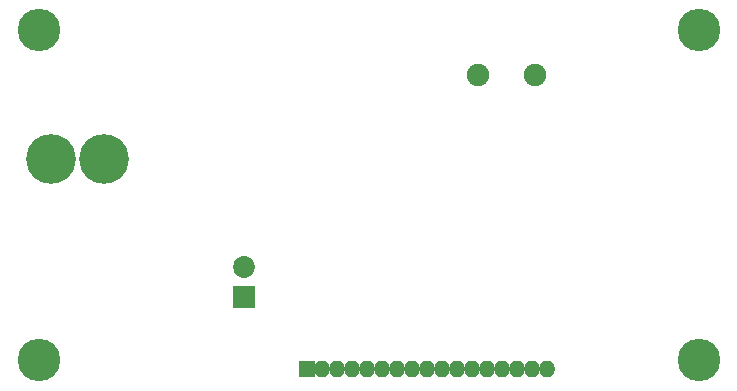
<source format=gbs>
%TF.GenerationSoftware,KiCad,Pcbnew,(5.0.0)*%
%TF.CreationDate,2019-04-05T20:44:03+13:00*%
%TF.ProjectId,VideoTimingBoard,566964656F54696D696E67426F617264,rev?*%
%TF.SameCoordinates,Original*%
%TF.FileFunction,Soldermask,Bot*%
%TF.FilePolarity,Negative*%
%FSLAX46Y46*%
G04 Gerber Fmt 4.6, Leading zero omitted, Abs format (unit mm)*
G04 Created by KiCad (PCBNEW (5.0.0)) date 04/05/19 20:44:03*
%MOMM*%
%LPD*%
G01*
G04 APERTURE LIST*
%ADD10O,1.400000X1.400000*%
%ADD11R,1.400000X1.400000*%
%ADD12C,1.900000*%
%ADD13C,1.854200*%
%ADD14R,1.854200X1.854200*%
%ADD15C,4.210000*%
%ADD16C,3.600000*%
G04 APERTURE END LIST*
D10*
X161163000Y-118872000D03*
X159893000Y-118872000D03*
X158623000Y-118872000D03*
X157353000Y-118872000D03*
X156083000Y-118872000D03*
X154813000Y-118872000D03*
X153543000Y-118872000D03*
X152273000Y-118872000D03*
X151003000Y-118872000D03*
X149733000Y-118872000D03*
X148463000Y-118872000D03*
X147193000Y-118872000D03*
X145923000Y-118872000D03*
X144653000Y-118872000D03*
X143383000Y-118872000D03*
X142113000Y-118872000D03*
D11*
X140843000Y-118872000D03*
D12*
X160147000Y-93980000D03*
X155267000Y-93980000D03*
D13*
X135445500Y-110172500D03*
D14*
X135445500Y-112712500D03*
D15*
X123626000Y-101028500D03*
X119126000Y-101028500D03*
D16*
X118110000Y-90170000D03*
X173990000Y-90170000D03*
X173990000Y-118110000D03*
X118110000Y-118110000D03*
M02*

</source>
